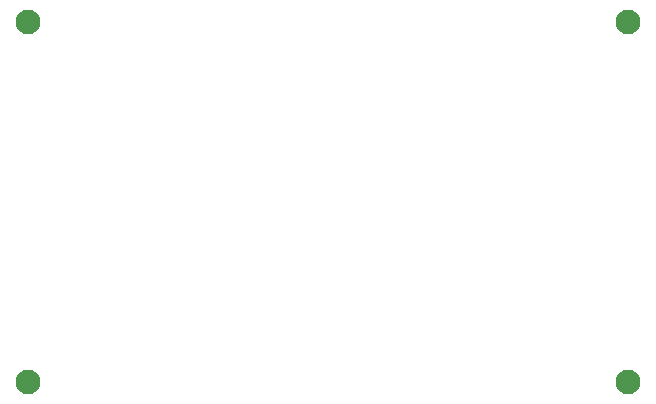
<source format=gbr>
%TF.GenerationSoftware,KiCad,Pcbnew,7.99.0-4047-gfc85112a72*%
%TF.CreationDate,2024-01-03T16:22:47+03:00*%
%TF.ProjectId,Prj 3 MCU DataLogger,50726a20-3320-44d4-9355-20446174614c,Version-1*%
%TF.SameCoordinates,Original*%
%TF.FileFunction,NonPlated,1,2,NPTH,Drill*%
%TF.FilePolarity,Positive*%
%FSLAX46Y46*%
G04 Gerber Fmt 4.6, Leading zero omitted, Abs format (unit mm)*
G04 Created by KiCad (PCBNEW 7.99.0-4047-gfc85112a72) date 2024-01-03 16:22:47*
%MOMM*%
%LPD*%
G01*
G04 APERTURE LIST*
%TA.AperFunction,ComponentDrill*%
%ADD10C,2.100000*%
%TD*%
G04 APERTURE END LIST*
D10*
%TO.C,H1*%
X87807800Y-71424800D03*
%TO.C,H2*%
X87807800Y-101904800D03*
%TO.C,H3*%
X138633200Y-71424800D03*
%TO.C,H4*%
X138633200Y-101904800D03*
M02*

</source>
